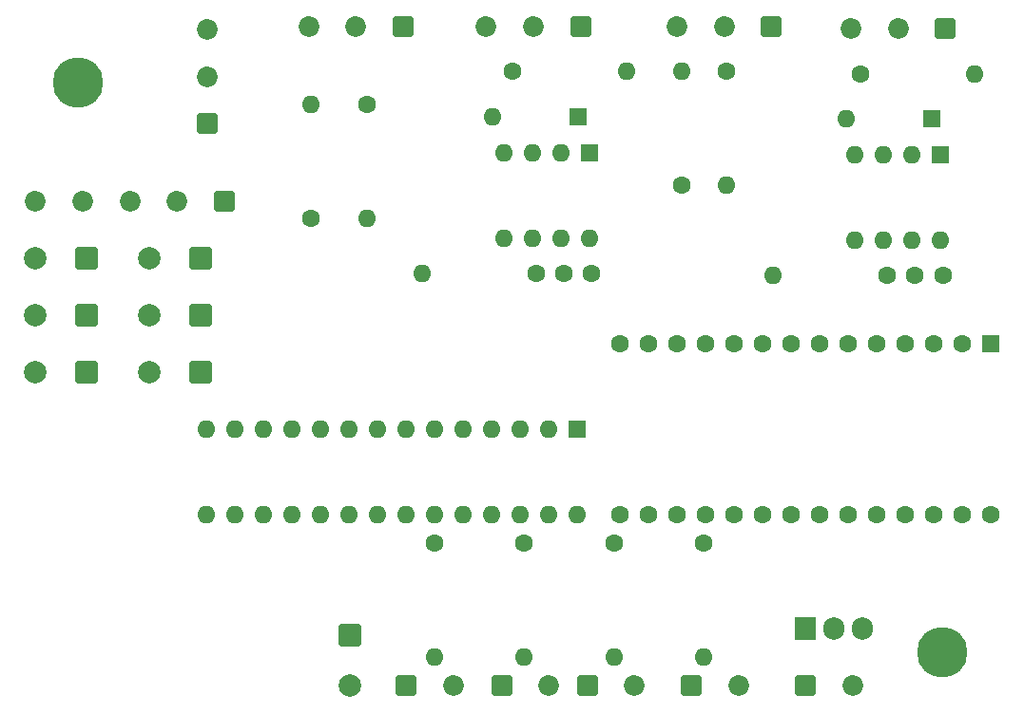
<source format=gts>
G04 #@! TF.GenerationSoftware,KiCad,Pcbnew,(6.0.5)*
G04 #@! TF.CreationDate,2022-05-27T12:20:46+02:00*
G04 #@! TF.ProjectId,midiperformer,6d696469-7065-4726-966f-726d65722e6b,rev?*
G04 #@! TF.SameCoordinates,Original*
G04 #@! TF.FileFunction,Soldermask,Top*
G04 #@! TF.FilePolarity,Negative*
%FSLAX46Y46*%
G04 Gerber Fmt 4.6, Leading zero omitted, Abs format (unit mm)*
G04 Created by KiCad (PCBNEW (6.0.5)) date 2022-05-27 12:20:46*
%MOMM*%
%LPD*%
G01*
G04 APERTURE LIST*
G04 Aperture macros list*
%AMRoundRect*
0 Rectangle with rounded corners*
0 $1 Rounding radius*
0 $2 $3 $4 $5 $6 $7 $8 $9 X,Y pos of 4 corners*
0 Add a 4 corners polygon primitive as box body*
4,1,4,$2,$3,$4,$5,$6,$7,$8,$9,$2,$3,0*
0 Add four circle primitives for the rounded corners*
1,1,$1+$1,$2,$3*
1,1,$1+$1,$4,$5*
1,1,$1+$1,$6,$7*
1,1,$1+$1,$8,$9*
0 Add four rect primitives between the rounded corners*
20,1,$1+$1,$2,$3,$4,$5,0*
20,1,$1+$1,$4,$5,$6,$7,0*
20,1,$1+$1,$6,$7,$8,$9,0*
20,1,$1+$1,$8,$9,$2,$3,0*%
G04 Aperture macros list end*
%ADD10RoundRect,0.250000X0.750000X0.750000X-0.750000X0.750000X-0.750000X-0.750000X0.750000X-0.750000X0*%
%ADD11C,2.000000*%
%ADD12RoundRect,0.250000X0.675000X0.675000X-0.675000X0.675000X-0.675000X-0.675000X0.675000X-0.675000X0*%
%ADD13C,1.850000*%
%ADD14C,1.600000*%
%ADD15O,1.600000X1.600000*%
%ADD16C,4.500000*%
%ADD17R,1.600000X1.600000*%
%ADD18RoundRect,0.250000X-0.750000X0.750000X-0.750000X-0.750000X0.750000X-0.750000X0.750000X0.750000X0*%
%ADD19RoundRect,0.250000X-0.675000X-0.675000X0.675000X-0.675000X0.675000X0.675000X-0.675000X0.675000X0*%
%ADD20R,1.905000X2.000000*%
%ADD21O,1.905000X2.000000*%
%ADD22RoundRect,0.250000X0.675000X-0.675000X0.675000X0.675000X-0.675000X0.675000X-0.675000X-0.675000X0*%
G04 APERTURE END LIST*
D10*
X161980000Y-83820000D03*
D11*
X157480000Y-83820000D03*
D10*
X172140000Y-83820000D03*
D11*
X167640000Y-83820000D03*
D10*
X161980000Y-78740000D03*
D11*
X157480000Y-78740000D03*
D10*
X172140000Y-78740000D03*
D11*
X167640000Y-78740000D03*
D10*
X161980000Y-73660000D03*
D11*
X157480000Y-73660000D03*
D10*
X172140000Y-73660000D03*
D11*
X167640000Y-73660000D03*
D12*
X174280000Y-68580000D03*
D13*
X170080000Y-68580000D03*
X165880000Y-68580000D03*
X161680000Y-68580000D03*
X157480000Y-68580000D03*
D14*
X215000000Y-67080000D03*
D15*
X215000000Y-56920000D03*
D16*
X238250000Y-108750000D03*
X161250000Y-58000000D03*
D12*
X190200000Y-53000000D03*
D13*
X186000000Y-53000000D03*
X181800000Y-53000000D03*
D14*
X209000000Y-99060000D03*
D15*
X209000000Y-109220000D03*
D14*
X217000000Y-99060000D03*
D15*
X217000000Y-109220000D03*
D17*
X205810000Y-61000000D03*
D15*
X198190000Y-61000000D03*
D14*
X233280000Y-75180000D03*
D15*
X223120000Y-75180000D03*
D12*
X223000000Y-53000000D03*
D13*
X218800000Y-53000000D03*
X214600000Y-53000000D03*
D14*
X199920000Y-57000000D03*
D15*
X210080000Y-57000000D03*
D14*
X187000000Y-59920000D03*
D15*
X187000000Y-70080000D03*
D14*
X182000000Y-70080000D03*
D15*
X182000000Y-59920000D03*
D12*
X206000000Y-53000000D03*
D13*
X201800000Y-53000000D03*
X197600000Y-53000000D03*
D17*
X242570000Y-81280000D03*
D14*
X240030000Y-81280000D03*
X237490000Y-81280000D03*
X234950000Y-81280000D03*
X232410000Y-81280000D03*
X229870000Y-81280000D03*
X227330000Y-81280000D03*
X224790000Y-81280000D03*
X222250000Y-81280000D03*
X219710000Y-81280000D03*
X217170000Y-81280000D03*
X214630000Y-81280000D03*
X212090000Y-81280000D03*
X209550000Y-81280000D03*
X209550000Y-96520000D03*
X212090000Y-96520000D03*
X214630000Y-96520000D03*
X217170000Y-96520000D03*
X219710000Y-96520000D03*
X222250000Y-96520000D03*
X224790000Y-96520000D03*
X227330000Y-96520000D03*
X229870000Y-96520000D03*
X232410000Y-96520000D03*
X234950000Y-96520000D03*
X237490000Y-96520000D03*
X240030000Y-96520000D03*
X242570000Y-96520000D03*
D12*
X238480000Y-53180000D03*
D13*
X234280000Y-53180000D03*
X230080000Y-53180000D03*
D14*
X230920000Y-57180000D03*
D15*
X241080000Y-57180000D03*
D18*
X185500000Y-107260000D03*
D11*
X185500000Y-111760000D03*
D19*
X215900000Y-111760000D03*
D13*
X220100000Y-111760000D03*
D14*
X207000000Y-75000000D03*
X204500000Y-75000000D03*
D17*
X238080000Y-64380000D03*
D15*
X235540000Y-64380000D03*
X233000000Y-64380000D03*
X230460000Y-64380000D03*
X230460000Y-72000000D03*
X233000000Y-72000000D03*
X235540000Y-72000000D03*
X238080000Y-72000000D03*
D14*
X219000000Y-56920000D03*
D15*
X219000000Y-67080000D03*
D17*
X237280000Y-61180000D03*
D15*
X229660000Y-61180000D03*
D19*
X206620000Y-111760000D03*
D13*
X210820000Y-111760000D03*
D19*
X199000000Y-111760000D03*
D13*
X203200000Y-111760000D03*
D20*
X226060000Y-106680000D03*
D21*
X228600000Y-106680000D03*
X231140000Y-106680000D03*
D14*
X193000000Y-99060000D03*
D15*
X193000000Y-109220000D03*
D14*
X238280000Y-75180000D03*
X235780000Y-75180000D03*
X201000000Y-99060000D03*
D15*
X201000000Y-109220000D03*
D14*
X202080000Y-75000000D03*
D15*
X191920000Y-75000000D03*
D13*
X172750000Y-53250000D03*
X172750000Y-57450000D03*
D22*
X172750000Y-61650000D03*
D19*
X190500000Y-111760000D03*
D13*
X194700000Y-111760000D03*
D19*
X226060000Y-111760000D03*
D13*
X230260000Y-111760000D03*
D17*
X205740000Y-88900000D03*
D15*
X203200000Y-88900000D03*
X200660000Y-88900000D03*
X198120000Y-88900000D03*
X195580000Y-88900000D03*
X193040000Y-88900000D03*
X190500000Y-88900000D03*
X187960000Y-88900000D03*
X185420000Y-88900000D03*
X182880000Y-88900000D03*
X180340000Y-88900000D03*
X177800000Y-88900000D03*
X175260000Y-88900000D03*
X172720000Y-88900000D03*
X172720000Y-96520000D03*
X175260000Y-96520000D03*
X177800000Y-96520000D03*
X180340000Y-96520000D03*
X182880000Y-96520000D03*
X185420000Y-96520000D03*
X187960000Y-96520000D03*
X190500000Y-96520000D03*
X193040000Y-96520000D03*
X195580000Y-96520000D03*
X198120000Y-96520000D03*
X200660000Y-96520000D03*
X203200000Y-96520000D03*
X205740000Y-96520000D03*
D17*
X206800000Y-64200000D03*
D15*
X204260000Y-64200000D03*
X201720000Y-64200000D03*
X199180000Y-64200000D03*
X199180000Y-71820000D03*
X201720000Y-71820000D03*
X204260000Y-71820000D03*
X206800000Y-71820000D03*
M02*

</source>
